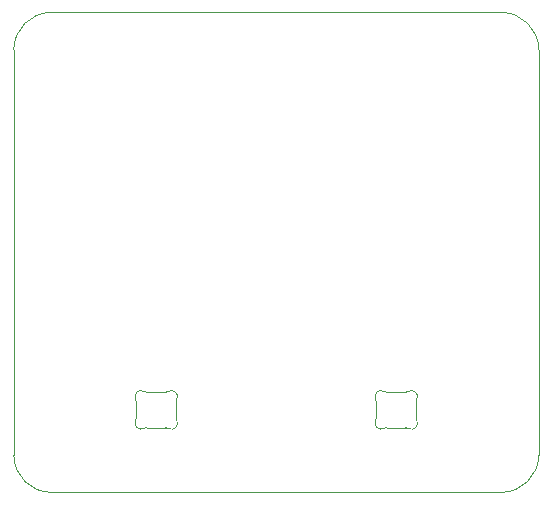
<source format=gbr>
%TF.GenerationSoftware,KiCad,Pcbnew,7.0.1*%
%TF.CreationDate,2023-05-12T00:47:34+01:00*%
%TF.ProjectId,MoonPad,4d6f6f6e-5061-4642-9e6b-696361645f70,rev?*%
%TF.SameCoordinates,Original*%
%TF.FileFunction,Profile,NP*%
%FSLAX46Y46*%
G04 Gerber Fmt 4.6, Leading zero omitted, Abs format (unit mm)*
G04 Created by KiCad (PCBNEW 7.0.1) date 2023-05-12 00:47:34*
%MOMM*%
%LPD*%
G01*
G04 APERTURE LIST*
%TA.AperFunction,Profile*%
%ADD10C,0.100000*%
%TD*%
G04 APERTURE END LIST*
D10*
X196850000Y-117475000D02*
G75*
G03*
X200025000Y-114300000I0J3175000D01*
G01*
X155575000Y-80010000D02*
X155575000Y-114300000D01*
X158750000Y-117475000D02*
X196850000Y-117475000D01*
X155575000Y-114300000D02*
G75*
G03*
X158750000Y-117475000I3175000J0D01*
G01*
X196850000Y-76835000D02*
X158750000Y-76835000D01*
X158750000Y-76835000D02*
G75*
G03*
X155575000Y-80010000I0J-3175000D01*
G01*
X200025000Y-80010000D02*
G75*
G03*
X196850000Y-76835000I-3175000J0D01*
G01*
X200025000Y-80010000D02*
X200025000Y-114300000D01*
%TO.C,D4*%
X189659999Y-111192842D02*
X189659999Y-109787158D01*
X188754452Y-108990000D02*
X187165548Y-108990000D01*
X187165548Y-111989999D02*
X188754453Y-111989999D01*
X186260001Y-109787158D02*
X186260001Y-111192842D01*
X189660000Y-111192843D02*
G75*
G03*
X189709485Y-111409720I499989J-1D01*
G01*
X189006711Y-112058297D02*
G75*
G03*
X189709484Y-111409720I252258J431700D01*
G01*
X189709484Y-109570280D02*
G75*
G03*
X189659999Y-109787158I450505J-216876D01*
G01*
X189709484Y-109570281D02*
G75*
G03*
X189006711Y-108921702I-450515J216878D01*
G01*
X188754452Y-108989999D02*
G75*
G03*
X189006711Y-108921700I6J499981D01*
G01*
X189006711Y-112058298D02*
G75*
G03*
X188754453Y-111989999I-252261J-431710D01*
G01*
X186913290Y-108921701D02*
G75*
G03*
X187165548Y-108990000I252260J431711D01*
G01*
X187165547Y-111990001D02*
G75*
G03*
X186913290Y-112058300I3J-500009D01*
G01*
X186210518Y-111409721D02*
G75*
G03*
X186913289Y-112058298I450512J-216879D01*
G01*
X186210515Y-111409719D02*
G75*
G03*
X186260001Y-111192842I-450505J216879D01*
G01*
X186913289Y-108921703D02*
G75*
G03*
X186210516Y-109570280I-252258J-431700D01*
G01*
X186260001Y-109787157D02*
G75*
G03*
X186210516Y-109570280I-499301J157D01*
G01*
%TO.C,D1*%
X169339999Y-111192842D02*
X169339999Y-109787158D01*
X168434452Y-108990000D02*
X166845548Y-108990000D01*
X166845548Y-111989999D02*
X168434453Y-111989999D01*
X165940001Y-109787158D02*
X165940001Y-111192842D01*
X169340000Y-111192843D02*
G75*
G03*
X169389485Y-111409720I499989J-1D01*
G01*
X168686711Y-112058297D02*
G75*
G03*
X169389484Y-111409720I252258J431700D01*
G01*
X169389484Y-109570280D02*
G75*
G03*
X169339999Y-109787158I450505J-216876D01*
G01*
X169389484Y-109570281D02*
G75*
G03*
X168686711Y-108921702I-450515J216878D01*
G01*
X168434452Y-108989999D02*
G75*
G03*
X168686711Y-108921700I6J499981D01*
G01*
X168686711Y-112058298D02*
G75*
G03*
X168434453Y-111989999I-252261J-431710D01*
G01*
X166593290Y-108921701D02*
G75*
G03*
X166845548Y-108990000I252260J431711D01*
G01*
X166845547Y-111990001D02*
G75*
G03*
X166593290Y-112058300I3J-500009D01*
G01*
X165890518Y-111409721D02*
G75*
G03*
X166593289Y-112058298I450512J-216879D01*
G01*
X165890515Y-111409719D02*
G75*
G03*
X165940001Y-111192842I-450505J216879D01*
G01*
X166593289Y-108921703D02*
G75*
G03*
X165890516Y-109570280I-252258J-431700D01*
G01*
X165940001Y-109787157D02*
G75*
G03*
X165890516Y-109570280I-499301J157D01*
G01*
%TD*%
M02*

</source>
